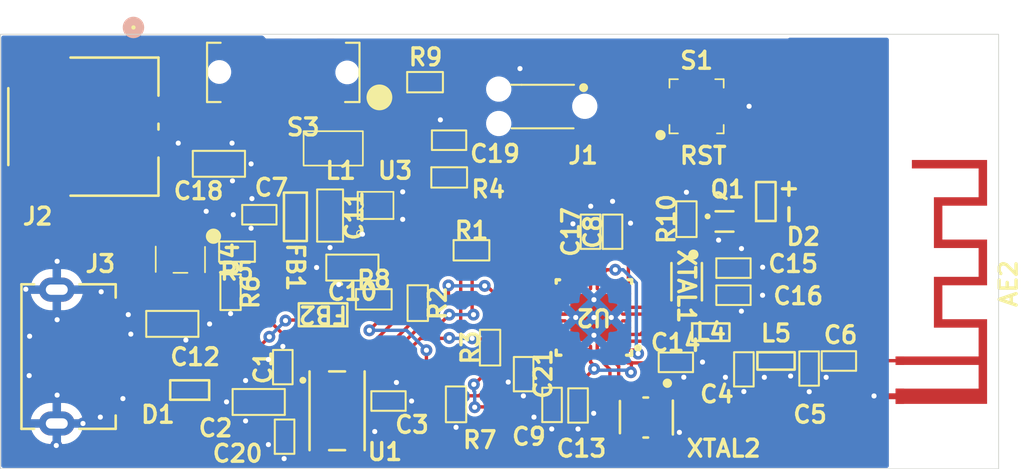
<source format=kicad_pcb>
(kicad_pcb (version 20241229) (generator "pcbnew") (generator_version "9.0")
  (layers (0 "F.Cu" signal) (2 "B.Cu" signal) (13 "F.Paste" user) (15 "B.Paste" user) (5 "F.SilkS" user "F.Silkscreen") (7 "B.SilkS" user "B.Silkscreen") (1 "F.Mask" user) (3 "B.Mask" user) (25 "Edge.Cuts" user))
  (net 0 "")
  (net 1 "/MCU/FEED")
  (net 2 "/sensor/VLDO")
  (net 3 "GND")
  (net 4 "/VLED")
  (net 5 "/sensor/VREF")
  (net 6 "/MCU/RFP")
  (net 7 "/MCU/AntsCaps")
  (net 8 "/VDD_1V8")
  (net 9 "/VSYS")
  (net 10 "/PowerSection/VOS")
  (net 11 "/PowerSection/VBUS")
  (net 12 "/MCU/x32_Q2")
  (net 13 "/MCU/x32_Q1")
  (net 14 "/MCU/DCOUPL")
  (net 15 "/PowerSection/VBAT")
  (net 16 "/MCU/nRESET")
  (net 17 "/MCU/batCheck")
  (net 18 "Net-(D1-K)")
  (net 19 "Net-(D2-A)")
  (net 20 "Net-(D2-K)")
  (net 21 "/MCU/TCK")
  (net 23 "/MCU/TMS")
  (net 27 "/PowerSection/SW")
  (net 28 "/MCU/RFN")
  (net 29 "/MCU/statusCtrl")
  (net 30 "/SDA")
  (net 31 "/SCL")
  (net 32 "/INTB")
  (net 33 "/PowerSection/STAT")
  (net 34 "/PowerSection/PROG")
  (net 41 "/MCU/x24_P")
  (net 44 "/MCU/x24_N")
  (footprint "Resistor_SMD_local:R_0402_1005Metric" (layer "F.Cu") (at 107.315 95.3)
    (property "Reference" "R1")
    (property "Value" "3.3kΩ" (hide yes))
  )
  (footprint "ul_ferriteBead_BLM18HE152SN1D_local:IND_BLM18_0603_MUR" (layer "F.Cu") (at 96.91 93.325 -90)
    (property "Reference" "FB1")
    (property "Value" "BLM18HE152SN1D" (hide yes))
  )
  (footprint "Capacitor_SMD_local:C_0402_1005Metric" (layer "F.Cu") (at 110.388192 102.6 -90)
    (property "Reference" "C21")
    (property "Value" "100nF" (hide yes))
  )
  (footprint "Capacitor_SMD_local:C_0402_1005Metric" (layer "F.Cu") (at 94.8 93.2 180)
    (property "Reference" "C7")
    (property "Value" "2.2uF" (hide yes))
  )
  (footprint "Capacitor_SMD_local:C_0402_1005Metric" (layer "F.Cu") (at 113.6 104.45 -90)
    (property "Reference" "C13")
    (property "Value" "100nF" (hide yes))
  )
  (footprint "Capacitor_SMD_local:C_0603_1608Metric" (layer "F.Cu") (at 100.2792 96.3168 180)
    (property "Reference" "C10")
    (property "Value" "4.7uF" (hide yes))
  )
  (footprint "ul_crystal32768_SC20S-12-5PF20PPM_local:XTAL_SC-20S_EPS" (layer "F.Cu") (at 120.015 97.155 -90)
    (property "Reference" "XTAL1")
    (property "Value" "32.768kHz" (hide yes))
  )
  (footprint "Inductor_SMD_local:L_0805_2012M_Murata-LQM21PN" (layer "F.Cu") (at 99.15 89.3 180)
    (property "Reference" "L1")
    (property "Value" "2.2uH" (hide yes))
  )
  (footprint "Inductor_SMD_local:L_0402_1005M_Murata-LQG15HS" (layer "F.Cu") (at 125.29 101.818196)
    (property "Reference" "L5")
    (property "Value" "2nH")
  )
  (footprint "ul_chargingLED_SML_P11UTT86_0402_local:LED_SML-P12UT_ROM" (layer "F.Cu") (at 90.675 103.55 180)
    (property "Reference" "D1")
    (property "Value" "YELLOW LED")
  )
  (footprint "Resistor_SMD_local:R_0402_1005Metric" (layer "F.Cu") (at 104.575 85.375)
    (property "Reference" "R9")
    (property "Value" "1kΩ" (hide yes))
  )
  (footprint "Capacitor_SMD_local:C_0402_1005Metric" (layer "F.Cu") (at 127.24 102.268196 -90)
    (property "Reference" "C5")
    (property "Value" "1.2pF" (hide yes))
  )
  (footprint "ul_MAXM86161EFD-T_local:ul_MAXM86161EFD-T" (layer "F.Cu") (at 99.3775 104.775)
    (property "Reference" "U1")
    (property "Value" "MAXM86161EFD+T" (hide yes))
  )
  (footprint "Inductor_SMD_local:L_0402_1005M_Murata-LQG15HS" (layer "F.Cu") (at 121.44 100.118196)
    (property "Reference" "L4")
    (property "Value" "15nH" (hide yes))
  )
  (footprint "nmos_DMN2300UFB4_local:Diodes_Inc.-X2-DFN1006-3-04_2017-0-MFG" (layer "F.Cu") (at 122.25 93.6)
    (property "Reference" "Q1")
    (property "Value" "DMN2300UFB4-7B" (hide yes))
  )
  (footprint "Capacitor_SMD_local:C_0402_1005Metric" (layer "F.Cu") (at 122.765 96.355)
    (property "Reference" "C15")
    (property "Value" "12pF" (hide yes))
  )
  (footprint "Capacitor_SMD_local:C_0402_1005Metric" (layer "F.Cu") (at 128.99 101.838196)
    (property "Reference" "C6")
    (property "Value" "12pF" (hide yes))
  )
  (footprint "BatteryCharger_MCP73831T_local:mcp73831T_SOT-23-5" (layer "F.Cu") (at 90.15 95.85 -90)
    (property "Reference" "U4")
    (property "Value" "MCP73831T-2ACI_OT")
  )
  (footprint "rightAngleOnOff_JS102011JAQN_local:SW_JS102011JAQN" (layer "F.Cu") (at 96.2 84.8 180)
    (property "Reference" "S3")
    (property "Value" "JS102011JAQN" (hide yes))
  )
  (footprint "Capacitor_SMD_local:C_0603_1608Metric" (layer "F.Cu") (at 94.75 104.25 180)
    (property "Reference" "C2")
    (property "Value" "10uF" (hide yes))
  )
  (footprint "Capacitor_SMD_local:C_0402_1005Metric" (layer "F.Cu") (at 106 88.8 180)
    (property "Reference" "C19")
    (property "Value" "100nF" (hide yes))
  )
  (footprint "Resistor_SMD_local:R_0402_1005Metric" (layer "F.Cu") (at 106.4 104.4 -90)
    (property "Reference" "R7")
    (property "Value" "470kΩ" (hide yes))
  )
  (footprint "Resistor_SMD_local:R_0402_1005Metric" (layer "F.Cu") (at 106 91)
    (property "Reference" "R4")
    (property "Value" "100kΩ" (hide yes))
  )
  (footprint "Capacitor_SMD_local:C_0603_1608Metric" (layer "F.Cu") (at 98.96 93.25 -90)
    (property "Reference" "C11")
    (property "Value" "10uF" (hide yes))
  )
  (footprint "Capacitor_SMD_local:C_0402_1005Metric" (layer "F.Cu") (at 96.2747 106.2916 -90)
    (property "Reference" "C20")
    (property "Value" "100nF" (hide yes))
  )
  (footprint "ul_24Mcrystal_ESC-240-8-36-RWN-TR_local:ECS-160-8-36-RHN-TR_ECS" (layer "F.Cu") (at 117.6 105.173701 -90)
    (property "Reference" "XTAL2")
    (property "Value" "24MHz")
  )
  (footprint "ul_chargingLED_SML_P11UTT86_0402_local:LED_SML-P12UT_ROM" (layer "F.Cu") (at 124.69 92.422496 90)
    (property "Reference" "D2")
    (property "Value" "RED LED" (hide yes))
  )
  (footprint "Capacitor_SMD_local:C_0603_1608Metric" (layer "F.Cu") (at 92.4 90.2)
    (property "Reference" "C18")
    (property "Value" "4.7uF" (hide yes))
  )
  (footprint "connectorTagConnect_local:Tag-Connect_TC2030-IDC-NL_2x03_P1.27mm_Vertical" (layer "F.Cu") (at 111.46 86.8 180)
    (property "Reference" "J1")
    (property "Value" "Conn_cJTag_TC2030-NL" (hide yes))
  )
  (footprint "ul_buckConv_TPS62840DLCR_local:VSON8_2P1X1P6_TEX" (layer "F.Cu") (at 101.65 92.65 90)
    (property "Reference" "U3")
    (property "Value" "TPS62840DLCR" (hide yes))
  )
  (footprint "Resistor_SMD_local:R_0402_1005Metric" (layer "F.Cu") (at 93.088873 97.779419 -90)
    (property "Reference" "R6")
    (property "Value" "28.7kΩ")
  )
  (footprint "Capacitor_SMD_local:C_0402_1005Metric" (layer "F.Cu") (at 115.64 94.218196 90)
    (property "Reference" "C8")
    (property "Value" "100nF" (hide yes))
  )
  (footprint "Resistor_SMD_local:R_0402_1005Metric" (layer "F.Cu") (at 104.14 98.425 -90)
    (property "Reference" "R2")
    (property "Value" "3.3kΩ" (hide yes))
  )
  (footprint "Capacitor_SMD_local:C_0603_1608Metric" (layer "F.Cu") (at 89.65 99.65)
    (property "Reference" "C12")
    (property "Value" "4.7uF")
  )
  (footprint "Capacitor_SMD_local:C_0402_1005Metric" (layer "F.Cu") (at 96.1747 102.2116 90)
    (property "Reference" "C1")
    (property "Value" "1uF")
  )
  (footprint "MCU_CC2640R2FRSMR_local:MCU_CC2640R2F_RSM0032B" (layer "F.Cu") (at 114.54 99.268196 180)
    (property "Reference" "U2")
    (property "Value" "CC2640R2FRSMR" (hide yes))
  )
  (footprint "Capacitor_SMD_local:C_0402_1005Metric" (layer "F.Cu") (at 112.065 104.418196 -90)
    (property "Reference" "C9")
    (property "Value" "100nF" (hide yes))
  )
  (footprint "ul_microUSB_1051640001_local:CON00906_5_MOL" (layer "F.Cu") (at 83.525 101.575 -90)
    (property "Reference" "J3")
    (property "Value" "USB_B_Micro")
  )
  (footprint "Capacitor_SMD_local:C_0402_1005Metric" (layer "F.Cu") (at 119.365 101.918196)
    (property "Reference" "C14")
    (property "Value" "100nF" (hide yes))
  )
  (footprint "Capacitor_SMD_local:C_0402_1005Metric" (layer "F.Cu") (at 102.4 104.2)
    (property "Reference" "C3")
    (property "Value" "1uF" (hide yes))
  )
  (footprint "Capacitor_SMD_local:C_0402_1005Metric" (layer "F.Cu") (at 122.765 97.955)
    (property "Reference" "C16")
    (property "Value" "12pF" (hide yes))
  )
  (footprint "Resistor_SMD_local:R_0402_1005Metric" (layer "F.Cu") (at 120 93.458197 90)
    (property "Reference" "R10")
    (property "Value" "100kΩ" (hide yes))
  )
  (footprint "Resistor_SMD_local:R_0402_1005Metric" (layer "F.Cu") (at 108.4072 101.0412 90)
    (property "Reference" "R3")
    (property "Value" "10kΩ" (hide yes))
  )
  (footprint "Resistor_SMD_local:R_0402_1005Metric" (layer "F.Cu") (at 101.5492 98.1964)
    (property "Reference" "R8")
    (property "Value" "1MΩ" (hide yes))
  )
  (footprint "Capacitor_SMD_local:C_0402_1005Metric" (layer "F.Cu") (at 123.39 102.318196 -90)
    (property "Reference" "C4")
    (property "Value" "1.2pF" (hide yes))
  )
  (footprint "Resistor_SMD_local:R_0402_1005Metric" (layer "F.Cu") (at 93.463873 95.379419 180)
    (property "Reference" "R5")
    (property "Value" "10kΩ")
  )
  (footprint "Texas_SWRA117D_2.4GHzRight_local:Texas_SWRA117D_2.4GHz_Left" (layer "F.Cu") (at 132.6 101.818196 -90)
    (property "Reference" "AE2")
    (property "Value" "Antenna_Shield")
  )
  (footprint "dk_tactileSwitch_B3U1000P_local:Switch_Tactile_SMD_B3U-1000P" (layer "F.Cu") (at 120.6 86.8)
    (property "Reference" "S1")
    (property "Value" "B3U-1000P" (hide yes))
  )
  (footprint "ul_ferriteBead_BLM18HE152SN1D_local:IND_BLM18_0603_MUR" (layer "F.Cu") (at 98.55 99.1 180)
    (property "Reference" "FB2")
    (property "Value" "BLM18AG601SN1D" (hide yes))
  )
  (footprint "Capacitor_SMD_local:C_0402_1005Metric" (layer "F.Cu") (at 114.34 94.218196 90)
    (property "Reference" "C17")
    (property "Value" "1uF" (hide yes))
  )
  (footprint "ul_BatteryConnector_S2B-PH-SM4-TB_local:CONN_S2B-PH-SM4-TB_JST" (layer "F.Cu") (at 84.4 88 -90)
    (property "Reference" "J2")
    (property "Value" "B2B-PH-SM4-TBLFSN" (hide yes))
  )
  (gr_rect (start 79.502 82.55) (end 138.43 108.204) (stroke (width 0.05)) (fill no) (layer "Edge.Cuts"))
  (segment (start 129.49 101.818196) (end 129.47 101.838196) (width 0.2) (layer "F.Cu") (net 1))
  (segment (start 132.6 101.818196) (end 129.49 101.818196) (width 0.2) (layer "F.Cu") (net 1))
  (segment (start 96.1747 103.085501) (end 97.864199 104.775) (width 0.2) (layer "F.Cu") (net 2))
  (segment (start 97.864199 104.775) (end 98.425 104.775) (width 0.2) (layer "F.Cu") (net 2))
  (segment (start 96.1747 102.6916) (end 96.1747 103.085501) (width 0.2) (layer "F.Cu") (net 2))
  (segment (start 118.450001 106.050001) (end 119.585 106.050001) (width 0.35) (layer "F.Cu") (net 3))
  (segment (start 82.829299 105.525) (end 84.375 105.525) (width 0.35) (layer "F.Cu") (net 3))
  (segment (start 90.425 99.65) (end 91.85 99.65) (width 0.35) (layer "F.Cu") (net 3))
  (segment (start 123.39 102.798196) (end 124.598196 102.798196) (width 0.35) (layer "F.Cu") (net 3))
  (segment (start 100.900001 93.45245) (end 100.900001 94.324999) (width 0.2) (layer "F.Cu") (net 3))
  (segment (start 112.065 105.835) (end 112.05 105.85) (width 0.35) (layer "F.Cu") (net 3))
  (segment (start 103.74 104.165) (end 103.775 104.2) (width 0.35) (layer "F.Cu") (net 3))
  (segment (start 113.939998 98.668197) (end 114.539997 99.268196) (width 0.2) (layer "F.Cu") (net 3))
  (segment (start 101.625 105.975) (end 101.6 106) (width 0.35) (layer "F.Cu") (net 3))
  (segment (start 90.125 94.45) (end 90.125 93.900001) (width 0.35) (layer "F.Cu") (net 3))
  (segment (start 109.45 103.05) (end 109.48 103.08) (width 0.35) (layer "F.Cu") (net 3))
  (segment (start 93.175 90.2) (end 94.3 90.2) (width 0.2) (layer "F.Cu") (net 3))
  (segment (start 95.3216 106.7716) (end 95.3 106.75) (width 0.35) (layer "F.Cu") (net 3))
  (segment (start 119.845 101.918196) (end 119.845 102.795) (width 0.35) (layer "F.Cu") (net 3))
  (segment (start 82.829299 99.420701) (end 82.85 99.4) (width 0.35) (layer "F.Cu") (net 3))
  (segment (start 114.52 104.93) (end 114.525 104.925) (width 0.35) (layer "F.Cu") (net 3))
  (segment (start 100.33135 104.775) (end 100.33135 105.37365) (width 0.35) (layer "F.Cu") (net 3))
  (segment (start 91.025001 93) (end 91.65 93) (width 0.35) (layer "F.Cu") (net 3))
  (segment (start 123.25 98.9) (end 123.245 98.895) (width 0.35) (layer "F.Cu") (net 3))
  (segment (start 111 105.15) (end 111.240863 104.909137) (width 0.35) (layer "F.Cu") (net 3))
  (segment (start 112.640001 98.268198) (end 112.640001 98.668197) (width 0.2) (layer "F.Cu") (net 3))
  (segment (start 120 91.85) (end 120 91.875) (width 0.35) (layer "F.Cu") (net 3))
  (segment (start 82.829299 97.625) (end 81.025 97.625) (width 0.35) (layer "F.Cu") (net 3))
  (segment (start 113.6 105.85) (end 113.6 104.93) (width 0.35) (layer "F.Cu") (net 3))
  (segment (start 123.39 102.798196) (end 123.39 103.64) (width 0.35) (layer "F.Cu") (net 3))
  (segment (start 87.175 100.275) (end 87.2 100.25) (width 0.35) (layer "F.Cu") (net 3))
  (segment (start 124.598196 102.798196) (end 124.6 102.8) (width 0.35) (layer "F.Cu") (net 3))
  (segment (start 95.3434 101.7316) (end 95.325 101.75) (width 0.35) (layer "F.Cu") (net 3))
  (segment (start 102.399999 93.45245) (end 103.22745 93.45245) (width 0.2) (layer "F.Cu") (net 3))
  (segment (start 106.4 104.91) (end 106.4 105.75) (width 0.35) (layer "F.Cu") (net 3))
  (segment (start 94.32 92.28) (end 94.35 92.25) (width 0.35) (layer "F.Cu") (net 3))
  (segment (start 85.4046 99.112501) (end 85.4046 97.7954) (width 0.35) (layer "F.Cu") (net 3))
  (segment (start 103.22745 93.45245) (end 103.25 93.475) (width 0.2) (layer "F.Cu") (net 3))
  (segment (start 120.931804 101.918196) (end 120.95 101.9) (width 0.35) (layer "F.Cu") (net 3))
  (segment (start 93.9666 104.2416) (end 93.975 104.25) (width 0.35) (layer "F.Cu") (net 3))
  (segment (start 96.2747 106.7716) (end 96.2747 107.5753) (width 0.35) (layer "F.Cu") (net 3))
  (segment (start 128.198196 102.748196) (end 128.25 102.8) (width 0.35) (layer "F.Cu") (net 3))
  (segment (start 90.125 93.900001) (end 91.025001 93) (width 0.35) (layer "F.Cu") (net 3))
  (segment (start 116.749999 104.297401) (end 116.749999 104.349999) (width 0.35) (layer "F.Cu") (net 3))
  (segment (start 111.240863 104.909137) (end 111.290863 104.909137) (width 0.35) (layer "F.Cu") (net 3))
  (segment (start 116.439999 99.868197) (end 115.139998 99.868197) (width 0.2) (layer "F.Cu") (net 3))
  (segment (start 131.075 103.9) (end 131.093196 103.918196) (width 0.35) (layer "F.Cu") (net 3))
  (segment (start 112.640001 97.868196) (end 112.640001 98.268198) (width 0.2) (layer "F.Cu") (net 3))
  (segment (start 110.19 86.165) (end 110.19 84.59) (width 0.2) (layer "F.Cu") (net 3))
  (segment (start 99.5042 97.2958) (end 99.475 97.325) (width 0.35) (layer "F.Cu") (net 3))
  (segment (start 123.245 97.955) (end 124.495 97.955) (width 0.35) (layer "F.Cu") (net 3))
  (segment (start 94.32 93.98) (end 94.3 94) (width 0.35) (layer "F.Cu") (net 3))
  (segment (start 90.425 100.575) (end 90.45 100.6) (width 0.35) (layer "F.Cu") (net 3))
  (segment (start 82.829299 106.795701) (end 82.8 106.825) (width 0.35) (layer "F.Cu") (net 3))
  (segment (start 116.439999 98.268198) (end 114.590002 98.268198) (width 0.2) (layer "F.Cu") (net 3))
  (segment (start 94.32 93.2) (end 94.32 92.28) (width 0.35) (layer "F.Cu") (net 3))
  (segment (start 87.3553 89.000001) (end 89.974999 89.000001) (width 0.35) (layer "F.Cu") (net 3))
  (segment (start 100.33 105.375) (end 100.33 105.975) (width 0.35) (layer "F.Cu") (net 3))
  (segment (start 86.739566 104.05) (end 86.732618 104.056948) (width 0.35) (layer "F.Cu") (net 3))
  (segment (start 102.88 104.165) (end 103.74 104.165) (width 0.35) (layer "F.Cu") (net 3))
  (segment (start 112.640001 99.068196) (end 113.265 99.068196) (width 0.2) (layer "F.Cu") (net 3))
  (segment (start 96.2 100.95) (end 96.1747 100.9753) (width 0.35) (layer "F.Cu") (net 3))
  (segment (start 85.4046 97.7954) (end 85.45 97.75) (width 0.35) (layer "F.Cu") (net 3))
  (segment (start 85.4046 105.1454) (end 85.4 105.15) (width 0.35) (layer "F.Cu") (net 3))
  (segment (start 127.24 102.748196) (end 126.173196 102.748196) (width 0.35) (layer "F.Cu") (net 3))
  (segment (start 96.1747 101.7316) (end 96.1747 100.9753) (width 0.35) (layer "F.Cu") (net 3))
  (segment (start 85.4046 104.037499) (end 85.4046 105.1454) (width 0.35) (layer "F.Cu") (net 3))
  (segment (start 93.975 102.991294) (end 93.975 104.25) (width 0.35) (layer "F.Cu") (net 3))
  (segment (start 110.388192 103.08) (end 109.48 103.08) (width 0.35) (layer "F.Cu") (net 3))
  (segment (start 105.52 87.645) (end 105.475 87.6) (width 0.2) (layer "F.Cu") (net 3))
  (segment (start 86.737499 104.037499) (end 86.75 104.05) (width 0.35) (layer "F.Cu") (net 3))
  (segment (start 98.95 95.15) (end 98.96 95.14) (width 0.2) (layer "F.Cu") (net 3))
  (segment (start 111.290863 104.909137) (end 111.301804 104.898196) (width 0.35) (layer "F.Cu") (net 3))
  (segment (start 121.9 93.824999) (end 121.9 94.7) (width 0.2) (layer "F.Cu") (net 3))
  (segment (start 122.3 102.8) (end 122.301804 102.798196) (width 0.35) (layer "F.Cu") (net 3))
  (segment (start 82.829299 100.3875) (end 81.2375 100.3875) (width 0.35) (layer "F.Cu") (net 3))
  (segment (start 127.24 102.748196) (end 128.198196 102.748196) (width 0.35) (layer "F.Cu") (net 3))
  (segment (start 82.829299 100.3875) (end 82.829299 99.420701) (width 0.35) (layer "F.Cu") (net 3))
  (segment (start 85.4046 104.037499) (end 86.737499 104.037499) (width 0.35) (layer "F.Cu") (net 3))
  (segment (start 81.2625 102.7625) (end 81.2 102.7) (width 0.35) (layer "F.Cu") (net 3))
  (segment (start 123.245 96.355) (end 123.245 95.205) (width 0.35) (layer "F.Cu") (net 3))
  (segment (start 110.19 84.59) (end 110.175 84.575) (width 0.2) (layer "F.Cu") (net 3))
  (segment (start 85.4046 99.112501) (end 87.037499 99.112501) (width 0.35) (layer "F.Cu") (net 3))
  (segment (start 112.640001 98.668197) (end 113.939998 98.668197) (width 0.2) (layer "F.Cu") (net 3))
  (segment (start 124.5 97.95) (end 124.495 97.955) (width 0.35) (layer "F.Cu") (net 3))
  (segment (start 127.24 102.748196) (end 127.24 103.64) (width 0.35) (layer "F.Cu") (net 3))
  (segment (start 93.1 99.05) (end 93.088873 99.038873) (width 0.35) (layer "F.Cu") (net 3))
  (segment (start 110.388192 103.883208) (end 110.375 103.8964) (width 0.35) (layer "F.Cu") (net 3))
  (segment (start 102.400001 91.84755) (end 103.24755 91.84755) (width 0.2) (layer "F.Cu") (net 3))
  (segment (start 99.5042 96.3168) (end 98.1668 96.3168) (width 0.35) (layer "F.Cu") (net 3))
  (segment (start 123.245 97.955) (end 123.245 98.895) (width 0.35) (layer "F.Cu") (net 3))
  (segment (start 94.32 93.2) (end 93.25 93.2) (width 0.35) (layer "F.Cu") (net 3))
  (segment (start 89.974999 89.000001) (end 90 88.975) (width 0.35) (layer "F.Cu") (net 3))
  (segment (start 115.65 92.4) (end 115.64 92.41) (width 0.35) (layer "F.Cu") (net 3))
  (segment (start 115.139998 99.868197) (end 114.539997 99.268196) (width 0.2) (layer "F.Cu") (net 3))
  (segment (start 123.245 95.205) (end 123.25 95.2) (width 0.35) (layer "F.Cu") (net 3))
  (segment (start 98.96 94.025) (end 98.96 95.14) (width 0.2) (layer "F.Cu") (net 3))
  (segment (start 99.5042 96.3168) (end 99.5042 97.2958) (width 0.35) (layer "F.Cu") (net 3))
  (segment (start 93.3 104.25) (end 93.3084 104.2416) (width 0.35) (layer "F.Cu") (net 3))
  (segment (start 93.175 91.175) (end 93.2 91.2) (width 0.2) (layer "F.Cu") (net 3))
  (segment (start 96.2747 107.5753) (end 96.25 107.6) (width 0.35) (layer "F.Cu") (net 3))
  (segment (start 114.34 92.71) (end 114.35 92.7) (width 0.35) (layer "F.Cu") (net 3))
  (segment (start 93.175 90.2) (end 93.175 88.975) (width 0.2) (layer "F.Cu") (net 3))
  (segment (start 81.025 97.625) (end 81 97.6) (width 0.35) (layer "F.Cu") (net 3))
  (segment (start 92.85 104.25) (end 93.3 104.25) (width 0.35) (layer "F.Cu") (net 3))
  (segment (start 113.265 99.068196) (end 113.465 99.268196) (width 0.2) (layer "F.Cu") (net 3))
  (segment (start 93.3084 104.2416) (end 93.9666 104.2416) (width 0.35) (layer "F.Cu") (net 3))
  (segment (start 120 92.948197) (end 120 91.85) (width 0.35) (layer "F.Cu") (net 3))
  (segment (start 114.74 101.168195) (end 114.74 100.518196) (width 0.2) (layer "F.Cu") (net 3))
  (segment (start 101.9 91.84755) (end 102.400001 91.84755) (width 0.2) (layer "F.Cu") (net 3))
  (segment (start 115.64 93.738196) (end 115.64 92.41) (width 0.35) (layer "F.Cu") (net 3))
  (segment (start 96.2747 106.7716) (end 95.3216 106.7716) (width 0.35) (layer "F.Cu") (net 3))
  (segment (start 131.093196 103.918196) (end 132.6 103.918196) (width 0.35) (layer "F.Cu") (net 3))
  (segment (start 100.900001 94.324999) (end 100.875 94.35) (width 0.2) (layer "F.Cu") (net 3))
  (segment (start 123.39 102.798196) (end 122.301804 102.798196) (width 0.35) (layer "F.Cu") (net 3))
  (segment (start 100.33 105.975) (end 101.625 105.975) (width 0.35) (layer "F.Cu") (net 3))
  (segment (start 82.829299 97.625) (end 82.829299 95.970701) (width 0.35) (layer "F.Cu") (net 3))
  (segment (start 86.75 104.05) (end 86.739566 104.05) (width 0.35) (layer "F.Cu") (net 3))
  (segment (start 82.85 103.85) (end 82.829299 103.829299) (width 0.35) (layer "F.Cu") (net 3))
  (segment (start 111.301804 104.898196) (end 112.065 104.898196) (width 0.35) (layer "F.Cu") (net 3))
  (segment (start 103.24755 91.84755) (end 103.25 91.85) (width 0.2) (layer "F.Cu") (net 3))
  (segment (start 98.15 96.3) (end 98.1668 96.3168) (width 0.35) (layer "F.Cu") (net 3))
  (segment (start 90.425 99.65) (end 90.425 100.575) (width 0.35) (layer "F.Cu") (net 3))
  (segment (start 122.3 86.8) (end 123.7 86.8) (width 0.2) (layer "F.Cu") (net 3))
  (segment (start 93.088873 98.289419) (end 93.088873 99.038873) (width 0.35) (layer "F.Cu") (net 3))
  (segment (start 93.175 90.2) (end 93.175 91.175) (width 0.2) (layer "F.Cu") (net 3))
  (segment (start 123.4 103.65) (end 123.39 103.64) (width 0.35) (layer "F.Cu") (net 3))
  (segment (start 82.829299 102.7625) (end 81.2625 102.7625) (width 0.35) (layer "F.Cu") (net 3))
  (segment (start 114.34 93.738196) (end 113.3 93.738196) (width 0.35) (layer "F.Cu") (net 3))
  (segment (start 126.173196 102.748196) (end 126.15 102.725) (width 0.35) (layer "F.Cu") (net 3))
  (segment (start 114.590002 98.268198) (end 114.54 98.218196) (width 0.2) (layer "F.Cu") (net 3))
  (segment (start 123.245 96.355) (end 124.445 96.355) (width 0.35) (layer "F.Cu") (net 3))
  (segment (start 81.2375 100.3875) (end 81.225 100.375) (width 0.35) (layer "F.Cu") (net 3))
  (segment (start 114.34 93.738196) (end 114.34 92.71) (width 0.35) (layer "F.Cu") (net 3))
  (segment (start 115.64 93.738196) (end 116.661804 93.738196) (width 0.35) (layer "F.Cu") (net 3))
  (segment (start 82.829299 95.970701) (end 82.85 95.95) (width 0.35) (layer "F.Cu") (net 3))
  (segment (start 94.32 93.2) (end 94.32 93.98) (width 0.35) (layer "F.Cu") (net 3))
  (segment (start 102.88 104.165) (end 102.88 103.105) (width 0.35) (layer "F.Cu") (net 3))
  (segment (start 124.445 96.355) (end 124.5 96.3) (width 0.35) (layer "F.Cu") (net 3))
  (segment (start 84.4 105.55) (end 84.375 105.525) (width 0.35) (layer "F.Cu") (net 3))
  (segment (start 105.52 88.8) (end 105.52 87.645) (width 0.2) (layer "F.Cu") (net 3))
  (segment (start 116.749999 104.349999) (end 118.450001 106.050001) (width 0.35) (layer "F.Cu") (net 3))
  (segment (start 82.829299 105.525) (end 82.829299 106.795701) (width 0.35) (layer "F.Cu") (net 3))
  (segment (start 96.1747 101.7316) (end 95.3434 101.7316) (width 0.35) (layer "F.Cu") (net 3))
  (segment (start 87.037499 99.112501) (end 87.05 99.1) (width 0.35) (layer "F.Cu") (net 3))
  (segment (start 127.24 103.64) (end 127.25 103.65) (width 0.35) (layer "F.Cu") (net 3))
  (segment (start 112.065 104.898196) (end 112.065 105.835) (width 0.35) (layer "F.Cu") (net 3))
  (segment (start 119.85 102.8) (end 119.845 102.795) (width 0.35) (layer "F.Cu") (net 3))
  (segment (start 93.975 105.3744) (end 93.975 104.25) (width 0.35) (layer "F.Cu") (net 3))
  (segment (start 100.33135 105.37365) (end 100.33 105.375) (width 0.35) (layer "F.Cu") (net 3))
  (segment (start 82.829299 103.829299) (end 82.829299 102.7625) (width 0.35) (layer "F.Cu") (net 3))
  (segment (start 113.6 104.93) (end 114.52 104.93) (width 0.35) (layer "F.Cu") (net 3))
  (segment (start 116.661804 93.738196) (end 116.7 93.7) (width 0.35) (layer "F.Cu") (net 3))
  (segment (start 119.845 101.918196) (end 120.931804 101.918196) (width 0.35) (layer "F.Cu") (net 3))
  (segment (start 85.4935 100.275) (end 87.175 100.275) (width 0.35) (layer "F.Cu") (net 3))
  (segment (start 114.74 100.518196) (end 114.54 100.318196) (width 0.2) (layer "F.Cu") (net 3))
  (segment (start 110.388192 103.08) (end 110.388192 103.883208) (width 0.35) (layer "F.Cu") (net 3))
  (via (at 96.1747 100.9753) (size 0.7) (drill 0.3) (layers "F.Cu" "B.Cu") (net 3))
  (via (at 92.85 104.25) (size 0.7) (drill 0.3) (layers "F.Cu" "B.Cu") (net 3))
  (via (at 84.375 105.525) (size 0.7) (drill 0.3) (layers "F.Cu" "B.Cu") (net 3))
  (via (at 124.495 97.955) (size 0.7) (drill 0.3) (layers "F.Cu" "B.Cu") (net 3))
  (via (at 85.45 97.75) (size 0.7) (drill 0.3) (layers "F.Cu" "B.Cu") (net 3))
  (via (at 87.05 99.1) (size 0.7) (drill 0.3) (layers "F.Cu" "B.Cu") (net 3))
  (via (at 120 91.875) (size 0.7) (drill 0.3) (layers "F.Cu" "B.Cu") (net 3))
  (via (at 95.325 101.75) (size 0.7) (drill 0.3) (layers "F.Cu" "B.Cu") (net 3))
  (via (at 91.65 93) (size 0.7) (drill 0.3) (layers "F.Cu" "B.Cu") (net 3))
  (via (at 96.25 107.6) (size 0.7) (drill 0.3) (layers "F.Cu" "B.Cu") (net 3))
  (via (at 95.3216 106.7716) (size 0.7) (drill 0.3) (layers "F.Cu" "B.Cu") (net 3))
  (via (at 113.3 93.738196) (size 0.7) (drill 0.3) (layers "F.Cu" "B.Cu") (net 3))
  (via (at 106.4 105.75) (size 0.7) (drill 0.3) (layers "F.Cu" "B.Cu") (net 3))
  (via (at 126.15 102.725) (size 0.7) (drill 0.3) (layers "F.Cu" "B.Cu") (net 3))
  (via (at 114.525 104.925) (size 0.7) (drill 0.3) (layers "F.Cu" "B.Cu") (net 3))
  (via (at 120.95 101.9) (size 0.7) (drill 0.3) (layers "F.Cu" "B.Cu") (net 3))
  (via (at 131.075 103.9) (size 0.7) (drill 0.3) (layers "F.Cu" "B.Cu") (net 3))
  (via (at 111 105.15) (size 0.7) (drill 0.3) (layers "F.Cu" "B.Cu") (net 3))
  (via (at 98.1668 96.3168) (size 0.7) (drill 0.3) (layers "F.Cu" "B.Cu") (net 3))
  (via (at 103.775 104.2) (size 0.7) (drill 0.3) (layers "F.Cu" "B.Cu") (net 3))
  (via (at 115.64 92.41) (size 0.7) (drill 0.3) (layers "F.Cu" "B.Cu") (net 3))
  (via (at 82.85 95.95) (size 0.7) (drill 0.3) (layers "F.Cu" "B.Cu") (net 3))
  (via (at 123.7 86.8) (size 0.7) (drill 0.3) (layers "F.Cu" "B.Cu") (net 3))
  (via (at 124.5 96.3) (size 0.7) (drill 0.3) (layers "F.Cu" "B.Cu") (net 3))
  (via (at 100.875 94.35) (size 0.7) (drill 0.3) (layers "F.Cu" "B.Cu") (net 3))
  (via (at 93.2 91.2) (size 0.7) (drill 0.3) (layers "F.Cu" "B.Cu") (net 3))
  (via (at 90.45 100.6) (size 0.7) (drill 0.3) (layers "F.Cu" "B.Cu") (net 3))
  (via (at 116.7 93.7) (size 0.7) (drill 0.3) (layers "F.Cu" "B.Cu") (net 3))
  (via (at 102.88 103.105) (size 0.7) (drill 0.3) (layers "F.Cu" "B.Cu") (net 3))
  (via (at 93.175 88.975) (size 0.7) (drill 0.3) (layers "F.Cu" "B.Cu") (net 3))
  (via (at 123.25 95.2) (size 0.7) (drill 0.3) (layers "F.Cu" "B.Cu") (net 3))
  (via (at 94.3 94) (size 0.7) (drill 0.3) (layers "F.Cu" "B.Cu") (net 3))
  (via (at 114.35 92.7) (size 0.7) (drill 0.3) (layers "F.Cu" "B.Cu") (net 3))
  (via (at 99.475 97.325) (size 0.7) (drill 0.3) (layers "F.Cu" "B.Cu") (net 3))
  (via (at 119.585 106.050001) (size 0.7) (drill 0.3) (layers "F.Cu" "B.Cu") (net 3))
  (via (at 119.845 102.795) (size 0.7) (drill 0.3) (layers "F.Cu" "B.Cu") (net 3))
  (via (at 124.6 102.8) (size 0.7) (drill 0.3) (layers "F.Cu" "B.Cu") (net 3))
  (via (at 90 88.975) (size 0.7) (drill 0.3) (layers "F.Cu" "B.Cu") (net 3))
  (via (at 93.25 93.2) (size 0.7) (drill 0.3) (layers "F.Cu" "B.Cu") (net 3))
  (via (at 98.96 95.14) (size 0.7) (drill 0.3) (layers "F.Cu" "B.Cu") (net 3))
  (via (at 81.225 100.375) (size 0.7) (drill 0.3) (layers "F.Cu" "B.Cu") (net 3))
  (via (at 112.05 105.85) (size 0.7) (drill 0.3) (layers "F.Cu" "B.Cu") (net 3))
  (via (at 82.85 103.85) (size 0.7) (drill 0.3) (layers "F.Cu" "B.Cu") (net 3))
  (via (at 128.25 102.8) (size 0.7) (drill 0.3) (layers "F.Cu" "B.Cu") (net 3))
  (via (at 93.088873 99.038873) (size 0.7) (drill 0.3) (layers "F.Cu" "B.Cu") (net 3))
  (via (at 87.2 100.25) (size 0.7) (drill 0.3) (layers "F.Cu" "B.Cu") (net 3))
  (via (at 93.975 105.3744) (size 0.7) (drill 0.3) (layers "F.Cu" "B.Cu") (net 3))
  (via (at 82.8 106.825) (size 0.7) (drill 0.3) (layers "F.Cu" "B.Cu") (net 3))
  (via (at 82.85 99.4) (size 0.7) (drill 0.3) (layers "F.Cu" "B.Cu") (net 3))
  (via (at 105.475 87.6) (size 0.7) (drill 0.3) (layers "F.Cu" "B.Cu") (net 3))
  (via (at 123.245 98.895) (size 0.7) (drill 0.3) (layers "F.Cu" "B.Cu") (net 3))
  (via (at 110.375 103.8964) (size 0.7) (drill 0.3) (layers "F.Cu" "B.Cu") (net 3))
  (via (at 81.2 102.7) (size 0.7) (drill 0.3) (layers "F.Cu" "B.Cu") (net 3))
  (via (at 86.732618 104.056948) (size 0.7) (drill 0.3) (layers "F.Cu" "B.Cu") (net 3))
  (via (at 94.35 92.25) (size 0.7) (drill 0.3) (layers "F.Cu" "B.Cu") (net 3))
  (via (at 110.175 84.575) (size 0.7) (drill 0.3) (layers "F.Cu" "B.Cu") (net 3))
  (via (at 127.25 103.65) (size 0.7) (drill 0.3) (layers "F.Cu" "B.Cu") (net 3))
  (via (at 122.301804 102.798196) (size 0.7) (drill 0.3) (layers "F.Cu" "B.Cu") (net 3))
  (via (at 121.9 94.7) (size 0.7) (drill 0.3) (layers "F.Cu" "B.Cu") (net 3))
  (via (at 91.85 99.65) (size 0.7) (drill 0.3) (layers "F.Cu" "B.Cu") (net 3))
  (via (at 103.25 91.85) (size 0.7) (drill 0.3) (layers "F.Cu" "B.Cu") (net 3))
  (via (at 123.39 103.64) (size 0.7) (drill 0.3) (layers "F.Cu" "B.Cu") (net 3))
  (via (at 101.6 106) (size 0.7) (drill 0.3) (layers "F.Cu" "B.Cu") (net 3))
  (via (at 85.4 105.15) (size 0.7) (drill 0.3) (layers "F.Cu" "B.Cu") (net 3))
  (via (at 93.975 102.991294) (size 0.7) (drill 0.3) (layers "F.Cu" "B.Cu") (net 3))
  (via (at 94.3 90.2) (size 0.7) (drill 0.3) (layers "F.Cu" "B.Cu") (net 3))
  (via (at 103.25 93.475) (size 0.7) (drill 0.3) (layers "F.Cu" "B.Cu") (net 3))
  (via (at 113.6 105.85) (size 0.7) (drill 0.3) (layers "F.Cu" "B.Cu") (net 3))
  (via (at 109.48 103.08) (size 0.7) (drill 0.3) (layers "F.Cu" "B.Cu") (net 3))
  (via (at 81 97.6) (size 0.7) (drill 0.3) (layers "F.Cu" "B.Cu") (net 3))
  (segment (start 94.6 102.69564) (end 95.525 103.62064) (width 0.2) (layer "F.Cu") (net 4))
  (segment (start 95.3766 100.4066) (end 94.6 101.1832) (width 0.2) (layer "F.Cu") (net 4))
  (segment (start 96.331902 99.451298) (end 96.3632 99.42) (width 0.2) (layer "F.Cu") (net 4))
  (segment (start 97.1471 105.8116) (end 97.583701 105.374999) (width 0.2) (layer "F.Cu") (net 4))
  (segment (start 96.0247 104.7497) (end 96.0247 105.5616) (width 0.2) (layer "F.Cu") (net 4))
  (segment (start 95.525 104.25) (end 96.0247 104.7497) (width 0.2) (layer "F.Cu") (net 4))
  (segment (start 95.525 103.62064) (end 95.525 104.25) (width 0.2) (layer "F.Cu") (net 4))
  (segment (start 97.4807 99.42) (end 97.8007 99.1) (width 0.2) (layer "F.Cu") (net 4))
  (segment (start 96.0247 105.5616) (end 96.2747 105.8116) (width 0.2) (layer "F.Cu") (net 4))
  (segment (start 94.6 101.1832) (end 94.6 102.69564) (width 0.2) (layer "F.Cu") (net 4))
  (segment (start 96.2747 105.8116) (end 97.1471 105.8116) (width 0.2) (layer "F.Cu") (net 4))
  (segment (start 97.583701 105.374999) (end 98.425 105.374999) (width 0.2) (layer "F.Cu") (net 4))
  (segment (start 96.3632 99.42) (end 97.4807 99.42) (width 0.2) (layer "F.Cu") (net 4))
  (via (at 95.3766 100.4066) (size 0.7) (drill 0.3) (layers "F.Cu" "B.Cu") (net 4))
  (via (at 96.331902 99.451298) (size 0.7) (drill 0.3) (layers "F.Cu" "B.Cu") (net 4))
  (segment (start 96.331902 99.451298) (end 95.3766 100.4066) (width 0.2) (layer "B.Cu") (net 4))
  (segment (start 101.895001 104.175001) (end 101.92 104.2) (width 0.2) (layer "F.Cu") (net 5))
  (segment (start 100.33 104.175001) (end 101.895001 104.175001) (width 0.2) (layer "F.Cu") (net 5))
  (segment (start 116.439999 100.668198) (end 119.465002 100.668198) (width 0.2) (layer "F.Cu") (net 6))
  (segment (start 119.715 100.918196) (end 121.19 100.918196) (width 0.2) (layer "F.Cu") (net 6))
  (segment (start 121.9607 100.147496) (end 121.9607 100.118196) (width 0.2) (layer "F.Cu") (net 6))
  (segment (start 121.19 100.918196) (end 121.9607 100.147496) (width 0.2) (layer "F.Cu") (net 6))
  (segment (start 124.7693 101.818196) (end 123.41 101.818196) (width 0.2) (layer "F.Cu") (net 6))
  (segment (start 123.39 101.838196) (end 123.39 101.547496) (width 0.2) (layer "F.Cu") (net 6))
  (segment (start 123.41 101.818196) (end 123.39 101.838196) (width 0.2) (layer "F.Cu") (net 6))
  (segment (start 119.465002 100.668198) (end 119.715 100.918196) (width 0.2) (layer "F.Cu") (net 6))
  (segment (start 123.39 101.547496) (end 121.9607 100.118196) (width 0.2) (layer "F.Cu") (net 6))
  (segment (start 127.24 101.788196) (end 125.8407 101.788196) (width 0.2) (layer "F.Cu") (net 7))
  (segment (start 128.51 101.838196) (end 127.29 101.838196) (width 0.2) (layer "F.Cu") (net 7))
  (segment (start 125.8407 101.788196) (end 125.8107 101.818196) (width 0.2) (layer "F.Cu") (net 7))
  (segment (start 127.29 101.838196) (end 127.24 101.788196) (width 0.2) (layer "F.Cu") (net 7))
  (segment (start 105.5 92.65) (end 106.805 93.955) (width 0.2) (layer "F.Cu") (net 8))
  (segment (start 104.14 97.915) (end 104.14 96.51) (width 0.2) (layer "F.Cu") (net 8))
  (segment (start 108.3564 102.3436) (end 108.3564 101.602) (width 0.2) (layer "F.Cu") (net 8))
  (segment (start 98.425 104.175001) (end 97.864201 104.175001) (width 0.2) (layer "F.Cu") (net 8))
  (segment (start 112.065 103.938196) (end 112.065 103.585) (width 0.2) (layer "F.Cu") (net 8))
  (segment (start 96.176009 100.25) (end 97.2 100.25) (width 0.2) (layer "F.Cu") (net 8))
  (segment (start 116.9416 101.1936) (end 115.965405 101.1936) (width 0.2) (layer "F.Cu") (net 8))
  (segment (start 97.95 101.05) (end 98.25 100.75) (width 0.2) (layer "F.Cu") (net 8))
  (segment (start 106.805 95.3) (end 106.675 95.43) (width 0.2) (layer "F.Cu") (net 8))
  (segment (start 114.339998 101.9) (end 114.339998 101.168195) (width 0.2) (layer "F.Cu") (net 8))
  (segment (start 105.49 91) (end 105.5 91.01) (width 0.2) (layer "F.Cu") (net 8))
  (segment (start 117.15 101.4) (end 117.148 101.4) (width 0.2) (layer "F.Cu") (net 8))
  (segment (start 118.853196 101.95) (end 116.55 101.95) (width 0.2) (layer "F.Cu") (net 8))
  (segment (start 115.94 101.34) (end 115.94 101.168195) (width 0.2) (layer "F.Cu") (net 8))
  (segment (start 96.91 94.0743) (end 95.4532 95.5311) (width 0.2) (layer "F.Cu") (net 8))
  (segment (start 115.139999 96.143197) (end 115.64 95.643196) (width 0.2) (layer "F.Cu") (net 8))
  (segment (start 117.148 101.4) (end 116.9416 101.1936) (width 0.2) (layer "F.Cu") (net 8))
  (segment (start 107.0512 101.5512) (end 108.4072 101.5512) (width 0.2) (layer "F.Cu") (net 8))
  (segment (start 108.3564 101.602) (end 108.4072 101.5512) (width 0.2) (layer "F.Cu") (net 8))
  (segment (start 117.95 93.55) (end 117.95 90.49652) (width 0.4) (layer "F.Cu") (net 8))
  (segment (start 107.5186 104.5464) (end 110.754271 104.5464) (width 0.2) (layer "F.Cu") (net 8))
  (segment (start 105.5 91.01) (end 105.5 92.65) (width 0.2) (layer "F.Cu") (net 8))
  (segment (start 106.805 93.955) (end 106.805 95.3) (width 0.2) (layer "F.Cu") (net 8))
  (segment (start 115.139999 97.368197) (end 115.139999 96.62) (width 0.2) (layer "F.Cu") (net 8))
  (segment (start 101.5 100.75) (end 103.15 99.1) (width 0.2) (layer "F.Cu") (net 8))
  (segment (start 116.801804 94.698196) (end 117.95 93.55) (width 0.4) (layer "F.Cu") (net 8))
  (segment (start 116.725 102.5) (end 116.825 102.4) (width 0.2) (layer "F.Cu") (net 8))
  (segment (start 95.4532 95.5311) (end 95.4532 99.527191) (width 0.2) (layer "F.Cu") (net 8))
  (segment (start 115.64 95.643196) (end 115.64 94.698196) (width 0.2) (layer "F.Cu") (net 8))
  (segment (start 97.2 100.25) (end 97.2 100.3) (width 0.2) (layer "F.Cu") (net 8))
  (segment (start 115.309999 96.45) (end 115.139999 96.62) (width 0.2) (layer "F.Cu") (net 8))
  (segment (start 107.45 103.215) (end 107.485 103.215) (width 0.2) (layer "F.Cu") (net 8))
  (segment (start 112.065 103.585) (end 113.939999 101.710001) (width 0.2) (layer "F.Cu") (net 8))
  (segment (start 113.6 103.97) (end 113.6 103.25) (width 0.2) (layer "F.Cu") (net 8))
  (segment (start 116.55 101.95) (end 115.94 101.34) (width 0.2) (layer "F.Cu") (net 8))
  (segment (start 96.91 94.0743) (end 96.1543 94.0743) (width 0.2) (layer "F.Cu") (net 8))
  (segment (start 98.25 100.75) (end 101.5 100.75) (width 0.2) (layer "F.Cu") (net 8))
  (segment (start 96.1543 94.0743) (end 95.28 93.2) (width 0.2) (layer "F.Cu") (net 8))
  (segment (start 113.939999 101.168195) (end 114.339998 101.168195) (width 0.2) (layer "F.Cu") (net 8))
  (segment (start 113.6 103.25) (end 114.55 102.3) (width 0.2) (layer "F.Cu") (net 8))
  (segment (start 114.55 102.110002) (end 114.339998 101.9) (width 0.2) (layer "F.Cu") (net 8))
  (segment (start 105.35 95.3) (end 106.805 95.3) (width 0.2) (layer "F.Cu") (net 8))
  (segment (start 104.14 96.51) (end 105.35 95.3) (width 0.2) (layer "F.Cu") (net 8))
  (segment (start 97.4426 101.5574) (end 97.95 101.05) (width 0.2) (layer "F.Cu") (net 8))
  (segment (start 116.15 88.69652) (end 116.15 87.255) (width 0.4) (layer "F.Cu") (net 8))
  (segment (start 116.15 87.255) (end 114.63 85.735) (width 0.4) (layer "F.Cu") (net 8))
  (segment (start 113.16 85.735) (end 112.73 86.165) (width 0.4) (layer "F.Cu") (net 8))
  (segment (start 97.864201 104.175001) (end 97.0788 103.3896) (width 0.2) (layer "F.Cu") (net 8))
  (segment (start 115.139999 96.62) (end 115.139999 96.143197) (width 0.2) (layer "F.Cu") (net 8))
  (segment (start 97.0788 101.9212) (end 97.4426 101.5574) (width 0.2) (layer "F.Cu") (net 8))
  (segment (start 115.64 94.698196) (end 116.801804 94.698196) (width 0.4) (layer "F.Cu") (net 8))
  (segment (start 116.825 102.363527) (end 116.75 102.288527) (width 0.2) (layer "F.Cu") (net 8))
  (segment (start 107.5 104.565) (end 107.5186 104.5464) (width 0.2) (layer "F.Cu") (net 8))
  (segment (start 97.0788 103.3896) (end 97.0788 101.9212) (width 0.2) (layer "F.Cu") (net 8))
  (segment (start 103.15 98.905) (end 104.14 97.915) (width 0.2) (layer "F.Cu") (net 8))
  (segment (start 108.4072 101.5512) (end 108.4072 102.1028) (width 0.2) (layer "F.Cu") (net 8))
  (segment (start 108.4072 102.1028) (end 108.4 102.11) (width 0.2) (layer "F.Cu") (net 8))
  (segment (start 117.95 90.49652) (end 116.15 88.69652) (width 0.4) (layer "F.Cu") (net 8))
  (segment (start 103.15 99.1) (end 103.15 98.905) (width 0.2) (layer "F.Cu") (net 8))
  (segment (start 97.2 100.3) (end 97.95 101.05) (width 0.2) (layer "F.Cu") (net 8))
  (segment (start 107.485 103.215) (end 108.3564 102.3436) (width 0.2) (layer "F.Cu") (net 8))
  (segment (start 114.55 102.3) (end 114.55 102.110002) (width 0.2) (layer "F.Cu") (net 8))
  (segment (start 106.675 95.43) (end 106.675 101.175) (width 0.2) (layer "F.Cu") (net 8))
  (segment (start 116.75 102.288527) (end 116.75 101.918196) (width 0.2) (layer "F.Cu") (net 8))
  (segment (start 115.965405 101.1936) (end 115.94 101.168195) (width 0.2) (layer "F.Cu") (net 8))
  (segment (start 110.754271 104.5464) (end 111.362475 103.938196) (width 0.2) (layer "F.Cu") (net 8))
  (segment (start 116.825 102.4) (end 116.825 102.363527) (width 0.2) (layer "F.Cu") (net 8))
  (segment (start 113.939999 101.710001) (end 113.939999 101.168195) (width 0.2) (layer "F.Cu") (net 8))
  (segment (start 115.8 96.45) (end 115.309999 96.45) (width 0.2) (layer "F.Cu") (net 8))
  (segment (start 114.63 85.735) (end 113.16 85.735) (width 0.4) (layer "F.Cu") (net 8))
  (segment (start 106.675 101.175) (end 107.0512 101.5512) (width 0.2) (layer "F.Cu") (net 8))
  (segment (start 95.4532 99.527191) (end 96.176009 100.25) (width 0.2) (layer "F.Cu") (net 8))
  (segment (start 111.362475 103.938196) (end 112.065 103.938196) (width 0.2) (layer "F.Cu") (net 8))
  (segment (start 118.885 101.918196) (end 118.853196 101.95) (width 0.2) (layer "F.Cu") (net 8))
  (via (at 117.15 101.4) (size 0.7) (drill 0.3) (layers "F.Cu" "B.Cu") (net 8))
  (via (at 114.55 102.3) (size 0.7) (drill 0.3) (layers "F.Cu" "B.Cu") (net 8))
  (via (at 116.725 102.5) (size 0.7) (drill 0.3) (layers "F.Cu" "B.Cu") (net 8))
  (via (at 107.5 104.565) (size 0.7) (drill 0.3) (layers "F.Cu" "B.Cu") (net 8))
  (via (at 115.8 96.45) (size 0.7) (drill 0.3) (layers "F.Cu" "B.Cu") (net 8))
  (via (at 107.45 103.215) (size 0.7) (drill 0.3) (layers "F.Cu" "B.Cu") (net 8))
  (segment (start 114.739998 102.3) (end 114.55 102.3) (width 0.2) (layer "B.Cu") (net 8))
  (segment (start 116.704509 102.379509) (end 114.819507 102.379509) (width 0.2) (layer "B.Cu") (net 8))
  (segment (start 116.262 96.45) (end 115.8 96.45) (width 0.2) (layer "B.Cu") (net 8))
  (segment (start 107.5 103.65) (end 107.5 104.565) (width 0.2) (layer "B.Cu") (net 8))
  (segment (start 117.0432 101.2932) (end 117.0432 97.2312) (width 0.2) (layer "B.Cu") (net 8))
  (segment (start 117.0432 97.2312) (end 116.262 96.45) (width 0.2) (layer "B.Cu") (net 8))
  (segment (start 114.819507 102.379509) (end 114.739998 102.3) (width 0.2) (layer "B.Cu") (net 8))
  (segment (start 117.15 101.4) (end 117.0432 101.2932) (width 0.2) (layer "B.Cu") (net 8))
  (segment (start 107.45 103.215) (end 107.45 103.6) (width 0.2) (layer "B.Cu") (net 8))
  (segment (start 116.725 102.4) (end 116.704509 102.379509) (width 0.2) (layer "B.Cu") (net 8))
  (segment (start 107.45 103.6) (end 107.5 103.65) (width 0.2) (layer "B.Cu") (net 8))
  (segment (start 116.725 102.5) (end 116.725 102.4) (width 0.2) (layer "B.Cu") (net 8))
  (segment (start 98.7 86) (end 98.806 86.106) (width 0.4) (layer "F.Cu") (net 9))
  (segment (start 101.0542 97.1258) (end 101.0542 96.3168) (width 0.4) (layer "F.Cu") (net 9))
  (segment (start 101.0392 98.1964) (end 101.0392 97.1408) (width 0.4) (layer "F.Cu") (net 9))
  (segment (start 104.0364 87.0836) (end 104.0364 85.4036) (width 0.4) (layer "F.Cu") (net 9))
  (segment (start 101.0392 97.1408) (end 101.0542 97.1258) (width 0.4) (layer "F.Cu") (net 9))
  (segment (start 101.9 93.45245) (end 101.9 94.35) (width 0.2) (layer "F.Cu") (net 9))
  (segment (start 98.7 86) (end 100.25 86) (width 0.4) (layer "F.Cu") (net 9))
  (segment (start 101.0106 98.225) (end 101.0392 98.1964) (width 0.4) (layer "F.Cu") (net 9))
  (segment (start 101.0542 96.3168) (end 101.2574 96.1136) (width 0.4) (layer "F.Cu") (net 9))
  (segment (start 102.685 88.435) (end 104 89.75) (width 0.4) (layer "F.Cu") (net 9))
  (segment (start 101.0542 96.3168) (end 102.616 96.3168) (width 0.4) (layer "F.Cu") (net 9))
  (segment (start 102.685 88.435) (end 104.0364 87.0836) (width 0.4) (layer "F.Cu") (net 9))
  (segment (start 101.2574 96.52) (end 101.0542 96.3168) (width 0.4) (layer "F.Cu") (net 9))
  (segment (start 101.9 94.35) (end 101.0542 95.1958) (width 0.2) (layer "F.Cu") (net 9))
  (segment (start 100.1356 99.1) (end 101.0392 98.1964) (width 0.35) (layer "F.Cu") (net 9))
  (segment (start 101.9 93.45245) (end 101.4 93.45245) (width 0.2) (layer "F.Cu") (net 9))
  (segment (start 104 89.75) (end 104 94.86) (width 0.4) (layer "F.Cu") (net 9))
  (segment (start 101.0542 95.1958) (end 101.0542 96.3168) (width 0.2) (layer "F.Cu") (net 9))
  (segment (start 100.25 86) (end 102.685 88.435) (width 0.4) (layer "F.Cu") (net 9))
  (segment (start 104.0364 85.4036) (end 104.065 85.375) (width 0.4) (layer "F.Cu") (net 9))
  (segment (start 104 94.86) (end 104.0364 94.8964) (width 0.4) (layer "F.Cu") (net 9))
  (segment (start 99.2993 99.1) (end 100.1356 99.1) (width 0.35) (layer "F.Cu") (net 9))
  (segment (start 98.7 86) (end 98.7 83.6) (width 0.4) (layer "F.Cu") (net 9))
  (segment (start 102.616 96.3168) (end 104.0364 94.8964) (width 0.4) (layer "F.Cu") (net 9))
  (segment (start 97.0107 92.475) (end 96.91 92.5757) (width 0.4) (layer "F.Cu") (net 10))
  (segment (start 98.25 89.315) (end 98.25 91.765) (width 0.4) (layer "F.Cu") (net 10))
  (segment (start 100.900001 91.84755) (end 99.58745 91.84755) (width 0.2) (layer "F.Cu") (net 10))
  (segment (start 98.25 91.765) (end 98.96 92.475) (width 0.4) (layer "F.Cu") (net 10))
  (segment (start 99.58745 91.84755) (end 98.96 92.475) (width 0.2) (layer "F.Cu") (net 10))
  (segment (start 98.96 92.475) (end 97.0107 92.475) (width 0.4) (layer "F.Cu") (net 10))
  (segment (start 98.265 89.3) (end 98.25 89.315) (width 0.4) (layer "F.Cu") (net 10))
  (segment (start 88.85 101.725) (end 88.85 99.675) (width 0.4) (layer "F.Cu") (net 11))
  (segment (start 90.138873 103.534573) (end 90.138873 103.013873) (width 0.4) (layer "F.Cu") (net 11))
  (segment (start 88.875 99.65) (end 88.875 97.55) (width 0.4) (layer "F.Cu") (net 11))
  (segment (start 90.1293 103.525) (end 90.1543 103.55) (width 0.4) (layer "F.Cu") (net 11))
  (segment (start 90.1543 103.55) (end 90.138873 103.534573) (width 0.4) (layer "F.Cu") (net 11))
  (segment (start 87.262745 103.525) (end 90.1293 103.525) (width 0.4) (layer "F.Cu") (net 11))
  (segment (start 88.875 97.55) (end 89.175 97.25) (width 0.4) (layer "F.Cu") (net 11))
  (segment (start 88.85 99.675) (end 88.875 99.65) (width 0.4) (layer "F.Cu") (net 11))
  (segment (start 90.138873 103.013873) (end 88.85 101.725) (width 0.4) (layer "F.Cu") (net 11))
  (segment (start 86.612745 102.875) (end 87.262745 103.525) (width 0.4) (layer "F.Cu") (net 11))
  (segment (start 85.4935 102.875) (end 86.612745 102.875) (width 0.4) (layer "F.Cu") (net 11))
  (segment (start 118.19 97.32585) (end 118.19 98.018196) (width 0.2) (layer "F.Cu") (net 12))
  (segment (start 119.1165 96.39935) (end 118.19 97.32585) (width 0.2) (layer "F.Cu") (net 12))
  (segment (start 120.015 96.39935) (end 119.1165 96.39935) (width 0.2) (layer "F.Cu") (net 12))
  (segment (start 122.285 96.355) (end 120.05935 96.355) (width 0.2) (layer "F.Cu") (net 12))
  (segment (start 118.19 98.018196) (end 117.539999 98.668197) (width 0.2) (layer "F.Cu") (net 12))
  (segment (start 117.539999 98.668197) (end 116.439999 98.668197) (width 0.2) (layer "F.Cu") (net 12))
  (segment (start 120.05935 96.355) (end 120.015 96.39935) (width 0.2) (layer "F.Cu") (net 12))
  (segment (start 116.439999 99.068196) (end 118.857454 99.068196) (width 0.2) (layer "F.Cu") (net 13))
  (segment (start 118.857454 99.068196) (end 120.015 97.91065) (width 0.2) (layer "F.Cu") (net 13))
  (segment (start 120.015 97.91065) (end 122.24065 97.91065) (width 0.2) (layer "F.Cu") (net 13))
  (segment (start 122.24065 97.91065) (end 122.285 97.955) (width 0.2) (layer "F.Cu") (net 13))
  (segment (start 114.34 95.568196) (end 114.74 95.968196) (width 0.2) (layer "F.Cu") (net 14))
  (segment (start 114.34 94.698196) (end 114.34 95.568196) (width 0.2) (layer "F.Cu") (net 14))
  (segment (start 114.74 95.968196) (end 114.74 97.368197) (width 0.2) (layer "F.Cu") (net 14))
  (segment (start 96.2 86) (end 96.2 83.6) (width 0.4) (layer "F.Cu") (net 15))
  (segment (start 96.2 86) (end 96.2 87.2) (width 0.4) (layer "F.Cu") (net 15))
  (segment (start 91.625 89.075) (end 91.625 90.2) (width 0.4) (layer "F.Cu") (net 15))
  (segment (start 96.2 87.2) (end 95.35 88.05) (width 0.4) (layer "F.Cu") (net 15))
  (segment (start 95.35 88.05) (end 92.65 88.05) (width 0.4) (layer "F.Cu") (net 15))
  (segment (start 92.65 88.05) (end 91.625 89.075) (width 0.4) (layer "F.Cu") (net 15))
  (segment (start 91.625 90.2) (end 91.7 90.275) (width 0.4) (layer "F.Cu") (net 15))
  (segment (start 91.7 91.15) (end 89.195 93.655) (width 0.4) (layer "F.Cu") (net 15))
  (segment (start 89.195 93.655) (end 89.195 94.43) (width 0.4) (layer "F.Cu") (net 15))
  (segment (start 91.7 90.275) (end 91.7 91.15) (width 0.4) (layer "F.Cu") (net 15))
  (segment (start 91.625 90.2) (end 90.85 89.425) (width 0.4) (layer "F.Cu") (net 15))
  (segment (start 90.099999 86.999999) (end 87.3553 86.999999) (width 0.4) (layer "F.Cu") (net 15))
  (segment (start 89.195 94.43) (end 89.175 94.45) (width 0.4) (layer "F.Cu") (net 15))
  (segment (start 90.85 87.75) (end 90.099999 86.999999) (width 0.4) (layer "F.Cu") (net 15))
  (segment (start 90.85 89.425) (end 90.85 87.75) (width 0.4) (layer "F.Cu") (net 15))
  (segment (start 106.48 85.57) (end 108.2 83.85) (width 0.2) (layer "F.Cu") (net 16))
  (segment (start 106.51 91.9812) (end 108.3564 93.8276) (width 0.2) (layer "F.Cu") (net 16))
  (segment (start 110.6424 93.8276) (end 111.506 94.6912) (width 0.2) (layer "F.Cu") (net 16))
  (segment (start 106.51 91) (end 106.48 90.97) (width 0.2) (layer "F.Cu") (net 16))
  (segment (start 112.505 85.185) (end 115.835 85.185) (width 0.2) (layer "F.Cu") (net 16))
  (segment (start 111.46 85.505) (end 111.78 85.185) (width 0.2) (layer "F.Cu") (net 16))
  (segment (start 117.45 86.8) (end 118.9 86.8) (width 0.2) (layer "F.Cu") (net 16))
  (segment (start 108.3564 93.8276) (end 110.6424 93.8276) (width 0.2) (layer "F.Cu") (net 16))
  (segment (start 112.5 84.4) (end 112.5 85.18) (width 0.2) (layer "F.Cu") (net 16))
  (segment (start 106.48 90.97) (end 106.48 88.8) (width 0.2) (layer "F.Cu") (net 16))
  (segment (start 111.78 85.185) (end 112.505 85.185) (width 0.2) (layer "F.Cu") (net 16))
  (segment (start 108.2 83.85) (end 111.95 83.85) (width 0.2) (layer "F.Cu") (net 16))
  (segment (start 106.48 88.8) (end 106.48 85.57) (width 0.2) (layer "F.Cu") (net 16))
  (segment (start 106.51 91) (end 106.51 91.9812) (width 0.2) (layer "F.Cu") (net 16))
  (segment (start 111.506 94.6912) (end 111.506 99.1616) (width 0.2) (layer "F.Cu") (net 16))
  (segment (start 111.46 86.165) (end 111.46 85.505) (width 0.2) (layer "F.Cu") (net 16))
  (segment (start 111.95 83.85) (end 112.5 84.4) (width 0.2) (layer "F.Cu") (net 16))
  (segment (start 111.812598 99.468198) (end 112.640001 99.468198) (width 0.2) (layer "F.Cu") (net 16))
  (segment (start 115.835 85.185) (end 117.45 86.8) (width 0.2) (layer "F.Cu") (net 16))
  (segment (start 111.506 99.1616) (end 111.812598 99.468198) (width 0.2) (layer "F.Cu") (net 16))
  (segment (start 112.5 85.18) (end 112.505 85.185) (width 0.2) (layer "F.Cu") (net 16))
  (segment (start 113.139998 101.168195) (end 112.188192 102.12) (width 0.2) (layer "F.Cu") (net 17))
  (segment (start 106.29 103.89) (end 106.4 103.89) (width 0.2) (layer "F.Cu") (net 17))
  (segment (start 104.65 102.25) (end 106.29 103.89) (width 0.2) (layer "F.Cu") (net 17))
  (segment (start 108.8 102.85) (end 108.8 102.65) (width 0.2) (layer "F.Cu") (net 17))
  (segment (start 106.4 103.89) (end 106.5236 103.89) (width 0.2) (layer "F.Cu") (net 17))
  (segment (start 109.33 102.12) (end 110.388192 102.12) (width 0.2) (layer "F.Cu") (net 17))
  (segment (start 101.281475 100.025) (end 102.0592 99.247275) (width 0.2) (layer "F.Cu") (net 17))
  (segment (start 102.0592 99.247275) (end 102.0592 98.1964) (width 0.2) (layer "F.Cu") (net 17))
  (segment (start 104.65 101.2) (end 104.65 102.25) (width 0.2) (layer "F.Cu") (net 17))
  (segment (start 108.8 102.65) (end 109.33 102.12) (width 0.2) (layer "F.Cu") (net 17))
  (segment (start 106.5236 103.89) (end 106.5536 103.92) (width 0.2) (layer "F.Cu") (net 17))
  (segment (start 112.188192 102.12) (end 110.388192 102.12) (width 0.2) (layer "F.Cu") (net 17))
  (segment (start 106.4 103.89) (end 107.76 103.89) (width 0.2) (layer "F.Cu") (net 17))
  (segment (start 107.76 103.89) (end 108.8 102.85) (width 0.2) (layer "F.Cu") (net 17))
  (via (at 104.65 101.2) (size 0.7) (drill 0.3) (layers "F.Cu" "B.Cu") (net 17))
  (via (at 101.281475 100.025) (size 0.7) (drill 0.3) (layers "F.Cu" "B.Cu") (net 17))
  (segment (start 103.475 100.025) (end 101.281475 100.025) (width 0.2) (layer "B.Cu") (net 17))
  (segment (start 104.65 101.2) (end 103.475 100.025) (width 0.2) (layer "B.Cu") (net 17))
  (segment (start 91.1957 103.55) (end 92.341281 102.404419) (width 0.2) (layer "F.Cu") (net 18))
  (segment (start 92.445581 102.404419) (end 94.388873 100.461127) (width 0.2) (layer "F.Cu") (net 18))
  (segment (start 92.341281 102.404419) (end 92.445581 102.404419) (width 0.2) (layer "F.Cu") (net 18))
  (segment (start 94.388873 100.461127) (end 94.388873 95.794419) (width 0.2) (layer "F.Cu") (net 18))
  (segment (start 94.388873 95.794419) (end 93.973873 95.379419) (width 0.2) (layer "F.Cu") (net 18))
  (segment (start 124.69 91.901796) (end 124.69 85.39) (width 0.2) (layer "F.Cu") (net 19))
  (segment (start 124.69 85.39) (end 122.65 83.35) (width 0.2) (layer "F.Cu") (net 19))
  (segment (start 107.8124 83.35) (end 105.7874 85.375) (width 0.2) (layer "F.Cu") (net 19))
  (segment (start 122.65 83.35) (end 107.8124 83.35) (width 0.2) (layer "F.Cu") (net 19))
  (segment (start 105.7874 85.375) (end 105.085 85.375) (width 0.2) (layer "F.Cu") (net 19))
  (segment (start 124.033196 93.6) (end 124.69 92.943196) (width 0.2) (layer "F.Cu") (net 20))
  (segment (start 122.6 93.6) (end 124.033196 93.6) (width 0.2) (layer "F.Cu") (net 20))
  (segment (start 113.939999 97.001097) (end 112 95.061098) (width 0.2) (layer "F.Cu") (net 21))
  (segment (start 111.05 87.845) (end 111.46 87.435) (width 0.2) (layer "F.Cu") (net 21))
  (segment (start 111.05 93.2) (end 111.05 87.845) (width 0.2) (layer "F.Cu") (net 21))
  (segment (start 113.939999 97.368197) (end 113.939999 97.001097) (width 0.2) (layer "F.Cu") (net 21))
  (segment (start 112 94.15) (end 111.05 93.2) (width 0.2) (layer "F.Cu") (net 21))
  (segment (start 112 95.061098) (end 112 94.15) (width 0.2) (layer "F.Cu") (net 21))
  (segment (start 114.339998 96.768194) (end 112.5 94.928196) (width 0.2) (layer "F.Cu") (net 23))
  (segment (start 112.5 87.665) (end 112.73 87.435) (width 0.2) (layer "F.Cu") (net 23))
  (segment (start 112.5 94.928196) (end 112.5 87.665) (width 0.2) (layer "F.Cu") (net 23))
  (segment (start 114.339998 97.368197) (end 114.339998 96.768194) (width 0.2) (layer "F.Cu") (net 23))
  (segment (start 101.4 90.45) (end 100.25 89.3) (width 0.2) (layer "F.Cu") (net 27))
  (segment (start 101.4 91.84755) (end 101.4 90.45) (width 0.2) (layer "F.Cu") (net 27))
  (segment (start 100.25 89.3) (end 100.035 89.3) (width 0.2) (layer "F.Cu") (net 27))
  (segment (start 116.439999 100.268197) (end 117.281803 100.268197) (width 0.2) (layer "F.Cu") (net 28))
  (segment (start 117.431804 100.118196) (end 120.9193 100.118196) (width 0.2) (layer "F.Cu") (net 28))
  (segment (start 117.281803 100.268197) (end 117.431804 100.118196) (width 0.2) (layer "F.Cu") (net 28))
  (segment (start 116.575 97.733195) (end 116.439999 97.868196) (width 0.2) (layer "F.Cu") (net 29))
  (segment (start 120.631803 93.968197) (end 121.224999 93.375001) (width 0.2) (layer "F.Cu") (net 29))
  (segment (start 116.575 95.931195) (end 116.575 97.733195) (width 0.2) (layer "F.Cu") (net 29))
  (segment (start 118.537998 93.968197) (end 116.575 95.931195) (width 0.2) (layer "F.Cu") (net 29))
  (segment (start 121.224999 93.375001) (end 121.9 93.375001) (width 0.2) (layer "F.Cu") (net 29))
  (segment (start 120 93.968197) (end 120.631803 93.968197) (width 0.2) (layer "F.Cu") (net 29))
  (segment (start 120 93.968197) (end 118.537998 93.968197) (width 0.2) (layer "F.Cu") (net 29))
  (segment (start 111.468197 99.868197) (end 110.8 99.2) (width 0.2) (layer "F.Cu") (net 30))
  (segment (start 105.3796 99.7204) (end 104.3432 99.7204) (width 0.2) (layer "F.Cu") (net 30))
  (segment (start 112.640001 99.868197) (end 111.468197 99.868197) (width 0.2) (layer "F.Cu") (net 30))
  (segment (start 99.05 101.8) (end 98.425 102.425) (width 0.2) (layer "F.Cu") (net 30))
  (segment (start 104.3432 99.7204) (end 102.2636 101.8) (width 0.2) (layer "F.Cu") (net 30))
  (segment (start 110.8 99.2) (end 110.8 96.35) (width 0.2) (layer "F.Cu") (net 30))
  (segment (start 109.75 95.3) (end 107.825 95.3) (width 0.2) (layer "F.Cu") (net 30))
  (segment (start 106 99.1) (end 105.3796 99.7204) (width 0.2) (layer "F.Cu") (net 30))
  (segment (start 102.2636 101.8) (end 99.05 101.8) (width 0.2) (layer "F.Cu") (net 30))
  (segment (start 98.425 102.425) (end 98.425 102.975001) (width 0.2) (layer "F.Cu") (net 30))
  (segment (start 107.35 99.02) (end 107.35 95.775) (width 0.2) (layer "F.Cu") (net 30))
  (segment (start 107.43 99.1) (end 107.35 99.02) (width 0.2) (layer "F.Cu") (net 30))
  (segment (start 110.8 96.35) (end 109.75 95.3) (width 0.2) (layer "F.Cu") (net 30))
  (segment (start 107.35 95.775) (end 107.825 95.3) (width 0.2) (layer "F.Cu") (net 30))
  (via (at 106 99.1) (size 0.7) (drill 0.3) (layers "F.Cu" "B.Cu") (net 30))
  (via (at 107.43 99.1) (size 0.7) (drill 0.3) (layers "F.Cu" "B.Cu") (net 30))
  (segment (start 107.43 99.1) (end 106 99.1) (width 0.2) (layer "B.Cu") (net 30))
  (segment (start 97.65 103.310801) (end 97.65 102.25) (width 0.2) (layer "F.Cu") (net 31))
  (segment (start 98.6556 101.2444) (end 102.1056 101.2444) (width 0.2) (layer "F.Cu") (net 31))
  (segment (start 97.914199 103.575) (end 97.65 103.310801) (width 0.2) (layer "F.Cu") (net 31))
  (segment (start 111.083797 100.268197) (end 112.640001 100.268197) (width 0.2) (layer "F.Cu") (net 31))
  (segment (start 105.95 98.025) (end 105.04 98.935) (width 0.2) (layer "F.Cu") (net 31))
  (segment (start 105.95 97.375) (end 105.95 98.025) (width 0.2) (layer "F.Cu") (net 31))
  (segment (start 104.14 99.21) (end 104.14 98.935) (width 0.2) (layer "F.Cu") (net 31))
  (segment (start 102.1056 101.2444) (end 104.14 99.21) (width 0.2) (layer "F.Cu") (net 31))
  (segment (start 108.2156 97.4) (end 111.083797 100.268197) (width 0.2) (layer "F.Cu") (net 31))
  (segment (start 97.65 102.25) (end 98.6556 101.2444) (width 0.2) (layer "F.Cu") (net 31))
  (segment (start 108.09 97.4) (end 108.2156 97.4) (width 0.2) (layer "F.Cu") (net 31))
  (segment (start 105.04 98.935) (end 104.14 98.935) (width 0.2) (layer "F.Cu") (net 31))
  (segment (start 98.425 103.575) (end 97.914199 103.575) (width 0.2) (layer "F.Cu") (net 31))
  (via (at 105.95 97.375) (size 0.7) (drill 0.3) (layers "F.Cu" "B.Cu") (net 31))
  (via (at 108.09 97.4) (size 0.7) (drill 0.3) (layers "F.Cu" "B.Cu") (net 31))
  (segment (start 108.09 97.4) (end 105.975 97.4) (width 0.2) (layer "B.Cu") (net 31))
  (segment (start 105.975 97.4) (end 105.95 97.375) (width 0.2) (layer "B.Cu") (net 31))
  (segment (start 108.4072 100.5312) (end 108.544198 100.668198) (width 0.2) (layer "F.Cu") (net 32))
  (segment (start 106 100.475) (end 105.975 100.5) (width 0.2) (layer "F.Cu") (net 32))
  (segment (start 107.354 100.5) (end 107.3852 100.5312) (width 0.2) (layer "F.Cu") (net 32))
  (segment (start 104.3 100.5) (end 101.824999 102.975001) (width 0.2) (layer "F.Cu") (net 32))
  (segment (start 105.975 100.5) (end 104.3 100.5) (width 0.2) (layer "F.Cu") (net 32))
  (segment (start 108.544198 100.668198) (end 112.640001 100.668198) (width 0.2) (layer "F.Cu") (net 32))
  (segment (start 101.824999 102.975001) (end 100.33 102.975001) (width 0.2) (layer "F.Cu") (net 32))
  (segment (start 107.3852 100.5312) (end 108.4072 100.5312) (width 0.2) (layer "F.Cu") (net 32))
  (via (at 106 100.475) (size 0.7) (drill 0.3) (layers "F.Cu" "B.Cu") (net 32))
  (via (at 107.354 100.5) (size 0.7) (drill 0.3) (layers "F.Cu" "B.Cu") (net 32))
  (segment (start 106.025 100.5) (end 106 100.475) (width 0.2) (layer "B.Cu") (net 32))
  (segment (start 107.354 100.5) (end 106.025 100.5) (width 0.2) (layer "B.Cu") (net 32))
  (segment (start 91.075 94.45) (end 91.445 94.45) (width 0.2) (layer "F.Cu") (net 33))
  (segment (start 92.374419 95.379419) (end 92.953873 95.379419) (width 0.2) (layer "F.Cu") (net 33))
  (segment (start 91.445 94.45) (end 92.374419 95.379419) (width 0.2) (layer "F.Cu") (net 33))
  (segment (start 91.464419 97.269419) (end 93.088873 97.269419) (width 0.2) (layer "F.Cu") (net 34))
  (segment (start 91.445 97.25) (end 91.464419 97.269419) (width 0.2) (layer "F.Cu") (net 34))
  (segment (start 91.075 97.25) (end 91.445 97.25) (width 0.2) (layer "F.Cu") (net 34))
  (segment (start 116 103) (end 116.513801 103.513801) (width 0.2) (layer "F.Cu") (net 41))
  (segment (start 115.539998 101.689998) (end 116 102.15) (width 0.2) (layer "F.Cu") (net 41))
  (segment (start 118.215599 104.297401) (end 118.450001 104.297401) (width 0.2) (layer "F.Cu") (net 41))
  (segment (start 116 102.15) (end 116 103) (width 0.2) (layer "F.Cu") (net 41))
  (segment (start 116.513801 103.513801) (end 117.431999 103.513801) (width 0.2) (layer "F.Cu") (net 41))
  (segment (start 115.539998 101.168195) (end 115.539998 101.689998) (width 0.2) (layer "F.Cu") (net 41))
  (segment (start 117.431999 103.513801) (end 118.215599 104.297401) (width 0.2) (layer "F.Cu") (net 41))
  (segment (start 115.139999 101.989999) (end 115.4848 102.3348) (width 0.2) (layer "F.Cu") (net 44))
  (segment (start 115.4848 104.097) (end 115.4446 104.1372) (width 0.2) (layer "F.Cu") (net 44))
  (segment (start 115.4446 105.715505) (end 115.779096 106.050001) (width 0.2) (layer "F.Cu") (net 44))
  (segment (start 115.779096 106.050001) (end 116.749999 106.050001) (width 0.2) (layer "F.Cu") (net 44))
  (segment (start 115.139999 101.168195) (end 115.139999 101.989999) (width 0.2) (layer "F.Cu") (net 44))
  (segment (start 115.4446 104.1372) (end 115.4446 105.715505) (width 0.2) (layer "F.Cu") (net 44))
  (segment (start 115.4848 102.3348) (end 115.4848 104.097) (width 0.2) (layer "F.Cu") (net 44))
  (zone (net 3) (net_name "GND") (layer "B.Cu") (name "GND") (connect_pads (clearance 0.2)) (min_thickness 0.25) (fill yes (thermal_gap 0.5) (thermal_bridge_width 0.5))
    (polygon (pts (xy 95 82.625) (xy 95.175 82.8) (xy 126 82.8) (xy 126.05 82.75) (xy 131.925 82.75) (xy 131.95 82.775) (xy 131.95 108.15) (xy 79.55 108.15) (xy 79.55 82.625)))
  )
)
</source>
